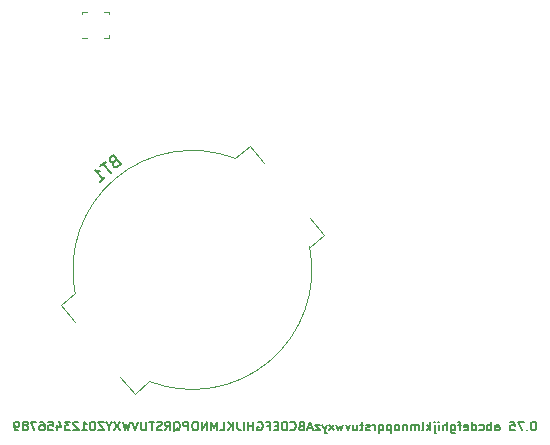
<source format=gbr>
G04 #@! TF.GenerationSoftware,KiCad,Pcbnew,(5.1.4-0-10_14)*
G04 #@! TF.CreationDate,2019-09-02T22:38:09-04:00*
G04 #@! TF.ProjectId,EFCv2,45464376-322e-46b6-9963-61645f706362,rev?*
G04 #@! TF.SameCoordinates,Original*
G04 #@! TF.FileFunction,Legend,Bot*
G04 #@! TF.FilePolarity,Positive*
%FSLAX46Y46*%
G04 Gerber Fmt 4.6, Leading zero omitted, Abs format (unit mm)*
G04 Created by KiCad (PCBNEW (5.1.4-0-10_14)) date 2019-09-02 22:38:09*
%MOMM*%
%LPD*%
G04 APERTURE LIST*
%ADD10C,0.175000*%
%ADD11C,0.120000*%
%ADD12C,0.150000*%
G04 APERTURE END LIST*
D10*
X175410714Y-109339285D02*
X175339285Y-109339285D01*
X175267857Y-109375000D01*
X175232142Y-109410714D01*
X175196428Y-109482142D01*
X175160714Y-109625000D01*
X175160714Y-109803571D01*
X175196428Y-109946428D01*
X175232142Y-110017857D01*
X175267857Y-110053571D01*
X175339285Y-110089285D01*
X175410714Y-110089285D01*
X175482142Y-110053571D01*
X175517857Y-110017857D01*
X175553571Y-109946428D01*
X175589285Y-109803571D01*
X175589285Y-109625000D01*
X175553571Y-109482142D01*
X175517857Y-109410714D01*
X175482142Y-109375000D01*
X175410714Y-109339285D01*
X174839285Y-110017857D02*
X174803571Y-110053571D01*
X174839285Y-110089285D01*
X174875000Y-110053571D01*
X174839285Y-110017857D01*
X174839285Y-110089285D01*
X174553571Y-109339285D02*
X174053571Y-109339285D01*
X174375000Y-110089285D01*
X173410714Y-109339285D02*
X173767857Y-109339285D01*
X173803571Y-109696428D01*
X173767857Y-109660714D01*
X173696428Y-109625000D01*
X173517857Y-109625000D01*
X173446428Y-109660714D01*
X173410714Y-109696428D01*
X173374999Y-109767857D01*
X173374999Y-109946428D01*
X173410714Y-110017857D01*
X173446428Y-110053571D01*
X173517857Y-110089285D01*
X173696428Y-110089285D01*
X173767857Y-110053571D01*
X173803571Y-110017857D01*
X172160714Y-110089285D02*
X172160714Y-109696428D01*
X172196428Y-109625000D01*
X172267857Y-109589285D01*
X172410714Y-109589285D01*
X172482142Y-109625000D01*
X172160714Y-110053571D02*
X172232142Y-110089285D01*
X172410714Y-110089285D01*
X172482142Y-110053571D01*
X172517857Y-109982142D01*
X172517857Y-109910714D01*
X172482142Y-109839285D01*
X172410714Y-109803571D01*
X172232142Y-109803571D01*
X172160714Y-109767857D01*
X171803571Y-110089285D02*
X171803571Y-109339285D01*
X171803571Y-109625000D02*
X171732142Y-109589285D01*
X171589285Y-109589285D01*
X171517857Y-109625000D01*
X171482142Y-109660714D01*
X171446428Y-109732142D01*
X171446428Y-109946428D01*
X171482142Y-110017857D01*
X171517857Y-110053571D01*
X171589285Y-110089285D01*
X171732142Y-110089285D01*
X171803571Y-110053571D01*
X170803571Y-110053571D02*
X170875000Y-110089285D01*
X171017857Y-110089285D01*
X171089285Y-110053571D01*
X171125000Y-110017857D01*
X171160714Y-109946428D01*
X171160714Y-109732142D01*
X171125000Y-109660714D01*
X171089285Y-109625000D01*
X171017857Y-109589285D01*
X170875000Y-109589285D01*
X170803571Y-109625000D01*
X170160714Y-110089285D02*
X170160714Y-109339285D01*
X170160714Y-110053571D02*
X170232142Y-110089285D01*
X170375000Y-110089285D01*
X170446428Y-110053571D01*
X170482142Y-110017857D01*
X170517857Y-109946428D01*
X170517857Y-109732142D01*
X170482142Y-109660714D01*
X170446428Y-109625000D01*
X170375000Y-109589285D01*
X170232142Y-109589285D01*
X170160714Y-109625000D01*
X169517857Y-110053571D02*
X169589285Y-110089285D01*
X169732142Y-110089285D01*
X169803571Y-110053571D01*
X169839285Y-109982142D01*
X169839285Y-109696428D01*
X169803571Y-109625000D01*
X169732142Y-109589285D01*
X169589285Y-109589285D01*
X169517857Y-109625000D01*
X169482142Y-109696428D01*
X169482142Y-109767857D01*
X169839285Y-109839285D01*
X169267857Y-109589285D02*
X168982142Y-109589285D01*
X169160714Y-110089285D02*
X169160714Y-109446428D01*
X169125000Y-109375000D01*
X169053571Y-109339285D01*
X168982142Y-109339285D01*
X168410714Y-109589285D02*
X168410714Y-110196428D01*
X168446428Y-110267857D01*
X168482142Y-110303571D01*
X168553571Y-110339285D01*
X168660714Y-110339285D01*
X168732142Y-110303571D01*
X168410714Y-110053571D02*
X168482142Y-110089285D01*
X168625000Y-110089285D01*
X168696428Y-110053571D01*
X168732142Y-110017857D01*
X168767857Y-109946428D01*
X168767857Y-109732142D01*
X168732142Y-109660714D01*
X168696428Y-109625000D01*
X168625000Y-109589285D01*
X168482142Y-109589285D01*
X168410714Y-109625000D01*
X168053571Y-110089285D02*
X168053571Y-109339285D01*
X167732142Y-110089285D02*
X167732142Y-109696428D01*
X167767857Y-109625000D01*
X167839285Y-109589285D01*
X167946428Y-109589285D01*
X168017857Y-109625000D01*
X168053571Y-109660714D01*
X167375000Y-110089285D02*
X167375000Y-109589285D01*
X167375000Y-109339285D02*
X167410714Y-109375000D01*
X167375000Y-109410714D01*
X167339285Y-109375000D01*
X167375000Y-109339285D01*
X167375000Y-109410714D01*
X167017857Y-109589285D02*
X167017857Y-110232142D01*
X167053571Y-110303571D01*
X167125000Y-110339285D01*
X167160714Y-110339285D01*
X167017857Y-109339285D02*
X167053571Y-109375000D01*
X167017857Y-109410714D01*
X166982142Y-109375000D01*
X167017857Y-109339285D01*
X167017857Y-109410714D01*
X166660714Y-110089285D02*
X166660714Y-109339285D01*
X166589285Y-109803571D02*
X166375000Y-110089285D01*
X166375000Y-109589285D02*
X166660714Y-109875000D01*
X165946428Y-110089285D02*
X166017857Y-110053571D01*
X166053571Y-109982142D01*
X166053571Y-109339285D01*
X165660714Y-110089285D02*
X165660714Y-109589285D01*
X165660714Y-109660714D02*
X165625000Y-109625000D01*
X165553571Y-109589285D01*
X165446428Y-109589285D01*
X165375000Y-109625000D01*
X165339285Y-109696428D01*
X165339285Y-110089285D01*
X165339285Y-109696428D02*
X165303571Y-109625000D01*
X165232142Y-109589285D01*
X165125000Y-109589285D01*
X165053571Y-109625000D01*
X165017857Y-109696428D01*
X165017857Y-110089285D01*
X164660714Y-109589285D02*
X164660714Y-110089285D01*
X164660714Y-109660714D02*
X164625000Y-109625000D01*
X164553571Y-109589285D01*
X164446428Y-109589285D01*
X164375000Y-109625000D01*
X164339285Y-109696428D01*
X164339285Y-110089285D01*
X163875000Y-110089285D02*
X163946428Y-110053571D01*
X163982142Y-110017857D01*
X164017857Y-109946428D01*
X164017857Y-109732142D01*
X163982142Y-109660714D01*
X163946428Y-109625000D01*
X163875000Y-109589285D01*
X163767857Y-109589285D01*
X163696428Y-109625000D01*
X163660714Y-109660714D01*
X163625000Y-109732142D01*
X163625000Y-109946428D01*
X163660714Y-110017857D01*
X163696428Y-110053571D01*
X163767857Y-110089285D01*
X163875000Y-110089285D01*
X163303571Y-109589285D02*
X163303571Y-110339285D01*
X163303571Y-109625000D02*
X163232142Y-109589285D01*
X163089285Y-109589285D01*
X163017857Y-109625000D01*
X162982142Y-109660714D01*
X162946428Y-109732142D01*
X162946428Y-109946428D01*
X162982142Y-110017857D01*
X163017857Y-110053571D01*
X163089285Y-110089285D01*
X163232142Y-110089285D01*
X163303571Y-110053571D01*
X162303571Y-109589285D02*
X162303571Y-110339285D01*
X162303571Y-110053571D02*
X162375000Y-110089285D01*
X162517857Y-110089285D01*
X162589285Y-110053571D01*
X162625000Y-110017857D01*
X162660714Y-109946428D01*
X162660714Y-109732142D01*
X162625000Y-109660714D01*
X162589285Y-109625000D01*
X162517857Y-109589285D01*
X162375000Y-109589285D01*
X162303571Y-109625000D01*
X161946428Y-110089285D02*
X161946428Y-109589285D01*
X161946428Y-109732142D02*
X161910714Y-109660714D01*
X161875000Y-109625000D01*
X161803571Y-109589285D01*
X161732142Y-109589285D01*
X161517857Y-110053571D02*
X161446428Y-110089285D01*
X161303571Y-110089285D01*
X161232142Y-110053571D01*
X161196428Y-109982142D01*
X161196428Y-109946428D01*
X161232142Y-109875000D01*
X161303571Y-109839285D01*
X161410714Y-109839285D01*
X161482142Y-109803571D01*
X161517857Y-109732142D01*
X161517857Y-109696428D01*
X161482142Y-109625000D01*
X161410714Y-109589285D01*
X161303571Y-109589285D01*
X161232142Y-109625000D01*
X160982142Y-109589285D02*
X160696428Y-109589285D01*
X160875000Y-109339285D02*
X160875000Y-109982142D01*
X160839285Y-110053571D01*
X160767857Y-110089285D01*
X160696428Y-110089285D01*
X160125000Y-109589285D02*
X160125000Y-110089285D01*
X160446428Y-109589285D02*
X160446428Y-109982142D01*
X160410714Y-110053571D01*
X160339285Y-110089285D01*
X160232142Y-110089285D01*
X160160714Y-110053571D01*
X160125000Y-110017857D01*
X159839285Y-109589285D02*
X159660714Y-110089285D01*
X159482142Y-109589285D01*
X159267857Y-109589285D02*
X159125000Y-110089285D01*
X158982142Y-109732142D01*
X158839285Y-110089285D01*
X158696428Y-109589285D01*
X158482142Y-110089285D02*
X158089285Y-109589285D01*
X158482142Y-109589285D02*
X158089285Y-110089285D01*
X157875000Y-109589285D02*
X157696428Y-110089285D01*
X157517857Y-109589285D02*
X157696428Y-110089285D01*
X157767857Y-110267857D01*
X157803571Y-110303571D01*
X157875000Y-110339285D01*
X157303571Y-109589285D02*
X156910714Y-109589285D01*
X157303571Y-110089285D01*
X156910714Y-110089285D01*
X156660714Y-109875000D02*
X156303571Y-109875000D01*
X156732142Y-110089285D02*
X156482142Y-109339285D01*
X156232142Y-110089285D01*
X155732142Y-109696428D02*
X155625000Y-109732142D01*
X155589285Y-109767857D01*
X155553571Y-109839285D01*
X155553571Y-109946428D01*
X155589285Y-110017857D01*
X155625000Y-110053571D01*
X155696428Y-110089285D01*
X155982142Y-110089285D01*
X155982142Y-109339285D01*
X155732142Y-109339285D01*
X155660714Y-109375000D01*
X155625000Y-109410714D01*
X155589285Y-109482142D01*
X155589285Y-109553571D01*
X155625000Y-109625000D01*
X155660714Y-109660714D01*
X155732142Y-109696428D01*
X155982142Y-109696428D01*
X154803571Y-110017857D02*
X154839285Y-110053571D01*
X154946428Y-110089285D01*
X155017857Y-110089285D01*
X155125000Y-110053571D01*
X155196428Y-109982142D01*
X155232142Y-109910714D01*
X155267857Y-109767857D01*
X155267857Y-109660714D01*
X155232142Y-109517857D01*
X155196428Y-109446428D01*
X155125000Y-109375000D01*
X155017857Y-109339285D01*
X154946428Y-109339285D01*
X154839285Y-109375000D01*
X154803571Y-109410714D01*
X154482142Y-110089285D02*
X154482142Y-109339285D01*
X154303571Y-109339285D01*
X154196428Y-109375000D01*
X154125000Y-109446428D01*
X154089285Y-109517857D01*
X154053571Y-109660714D01*
X154053571Y-109767857D01*
X154089285Y-109910714D01*
X154125000Y-109982142D01*
X154196428Y-110053571D01*
X154303571Y-110089285D01*
X154482142Y-110089285D01*
X153732142Y-109696428D02*
X153482142Y-109696428D01*
X153375000Y-110089285D02*
X153732142Y-110089285D01*
X153732142Y-109339285D01*
X153375000Y-109339285D01*
X152803571Y-109696428D02*
X153053571Y-109696428D01*
X153053571Y-110089285D02*
X153053571Y-109339285D01*
X152696428Y-109339285D01*
X152017857Y-109375000D02*
X152089285Y-109339285D01*
X152196428Y-109339285D01*
X152303571Y-109375000D01*
X152375000Y-109446428D01*
X152410714Y-109517857D01*
X152446428Y-109660714D01*
X152446428Y-109767857D01*
X152410714Y-109910714D01*
X152375000Y-109982142D01*
X152303571Y-110053571D01*
X152196428Y-110089285D01*
X152125000Y-110089285D01*
X152017857Y-110053571D01*
X151982142Y-110017857D01*
X151982142Y-109767857D01*
X152125000Y-109767857D01*
X151660714Y-110089285D02*
X151660714Y-109339285D01*
X151660714Y-109696428D02*
X151232142Y-109696428D01*
X151232142Y-110089285D02*
X151232142Y-109339285D01*
X150875000Y-110089285D02*
X150875000Y-109339285D01*
X150303571Y-109339285D02*
X150303571Y-109875000D01*
X150339285Y-109982142D01*
X150410714Y-110053571D01*
X150517857Y-110089285D01*
X150589285Y-110089285D01*
X149946428Y-110089285D02*
X149946428Y-109339285D01*
X149517857Y-110089285D02*
X149839285Y-109660714D01*
X149517857Y-109339285D02*
X149946428Y-109767857D01*
X148839285Y-110089285D02*
X149196428Y-110089285D01*
X149196428Y-109339285D01*
X148589285Y-110089285D02*
X148589285Y-109339285D01*
X148339285Y-109875000D01*
X148089285Y-109339285D01*
X148089285Y-110089285D01*
X147732142Y-110089285D02*
X147732142Y-109339285D01*
X147303571Y-110089285D01*
X147303571Y-109339285D01*
X146803571Y-109339285D02*
X146660714Y-109339285D01*
X146589285Y-109375000D01*
X146517857Y-109446428D01*
X146482142Y-109589285D01*
X146482142Y-109839285D01*
X146517857Y-109982142D01*
X146589285Y-110053571D01*
X146660714Y-110089285D01*
X146803571Y-110089285D01*
X146875000Y-110053571D01*
X146946428Y-109982142D01*
X146982142Y-109839285D01*
X146982142Y-109589285D01*
X146946428Y-109446428D01*
X146875000Y-109375000D01*
X146803571Y-109339285D01*
X146160714Y-110089285D02*
X146160714Y-109339285D01*
X145875000Y-109339285D01*
X145803571Y-109375000D01*
X145767857Y-109410714D01*
X145732142Y-109482142D01*
X145732142Y-109589285D01*
X145767857Y-109660714D01*
X145803571Y-109696428D01*
X145875000Y-109732142D01*
X146160714Y-109732142D01*
X144910714Y-110160714D02*
X144982142Y-110125000D01*
X145053571Y-110053571D01*
X145160714Y-109946428D01*
X145232142Y-109910714D01*
X145303571Y-109910714D01*
X145267857Y-110089285D02*
X145339285Y-110053571D01*
X145410714Y-109982142D01*
X145446428Y-109839285D01*
X145446428Y-109589285D01*
X145410714Y-109446428D01*
X145339285Y-109375000D01*
X145267857Y-109339285D01*
X145125000Y-109339285D01*
X145053571Y-109375000D01*
X144982142Y-109446428D01*
X144946428Y-109589285D01*
X144946428Y-109839285D01*
X144982142Y-109982142D01*
X145053571Y-110053571D01*
X145125000Y-110089285D01*
X145267857Y-110089285D01*
X144196428Y-110089285D02*
X144446428Y-109732142D01*
X144625000Y-110089285D02*
X144625000Y-109339285D01*
X144339285Y-109339285D01*
X144267857Y-109375000D01*
X144232142Y-109410714D01*
X144196428Y-109482142D01*
X144196428Y-109589285D01*
X144232142Y-109660714D01*
X144267857Y-109696428D01*
X144339285Y-109732142D01*
X144625000Y-109732142D01*
X143910714Y-110053571D02*
X143803571Y-110089285D01*
X143625000Y-110089285D01*
X143553571Y-110053571D01*
X143517857Y-110017857D01*
X143482142Y-109946428D01*
X143482142Y-109875000D01*
X143517857Y-109803571D01*
X143553571Y-109767857D01*
X143625000Y-109732142D01*
X143767857Y-109696428D01*
X143839285Y-109660714D01*
X143875000Y-109625000D01*
X143910714Y-109553571D01*
X143910714Y-109482142D01*
X143875000Y-109410714D01*
X143839285Y-109375000D01*
X143767857Y-109339285D01*
X143589285Y-109339285D01*
X143482142Y-109375000D01*
X143267857Y-109339285D02*
X142839285Y-109339285D01*
X143053571Y-110089285D02*
X143053571Y-109339285D01*
X142589285Y-109339285D02*
X142589285Y-109946428D01*
X142553571Y-110017857D01*
X142517857Y-110053571D01*
X142446428Y-110089285D01*
X142303571Y-110089285D01*
X142232142Y-110053571D01*
X142196428Y-110017857D01*
X142160714Y-109946428D01*
X142160714Y-109339285D01*
X141910714Y-109339285D02*
X141660714Y-110089285D01*
X141410714Y-109339285D01*
X141232142Y-109339285D02*
X141053571Y-110089285D01*
X140910714Y-109553571D01*
X140767857Y-110089285D01*
X140589285Y-109339285D01*
X140375000Y-109339285D02*
X139875000Y-110089285D01*
X139875000Y-109339285D02*
X140375000Y-110089285D01*
X139446428Y-109732142D02*
X139446428Y-110089285D01*
X139696428Y-109339285D02*
X139446428Y-109732142D01*
X139196428Y-109339285D01*
X139017857Y-109339285D02*
X138517857Y-109339285D01*
X139017857Y-110089285D01*
X138517857Y-110089285D01*
X138089285Y-109339285D02*
X138017857Y-109339285D01*
X137946428Y-109375000D01*
X137910714Y-109410714D01*
X137875000Y-109482142D01*
X137839285Y-109625000D01*
X137839285Y-109803571D01*
X137875000Y-109946428D01*
X137910714Y-110017857D01*
X137946428Y-110053571D01*
X138017857Y-110089285D01*
X138089285Y-110089285D01*
X138160714Y-110053571D01*
X138196428Y-110017857D01*
X138232142Y-109946428D01*
X138267857Y-109803571D01*
X138267857Y-109625000D01*
X138232142Y-109482142D01*
X138196428Y-109410714D01*
X138160714Y-109375000D01*
X138089285Y-109339285D01*
X137125000Y-110089285D02*
X137553571Y-110089285D01*
X137339285Y-110089285D02*
X137339285Y-109339285D01*
X137410714Y-109446428D01*
X137482142Y-109517857D01*
X137553571Y-109553571D01*
X136839285Y-109410714D02*
X136803571Y-109375000D01*
X136732142Y-109339285D01*
X136553571Y-109339285D01*
X136482142Y-109375000D01*
X136446428Y-109410714D01*
X136410714Y-109482142D01*
X136410714Y-109553571D01*
X136446428Y-109660714D01*
X136875000Y-110089285D01*
X136410714Y-110089285D01*
X136160714Y-109339285D02*
X135696428Y-109339285D01*
X135946428Y-109625000D01*
X135839285Y-109625000D01*
X135767857Y-109660714D01*
X135732142Y-109696428D01*
X135696428Y-109767857D01*
X135696428Y-109946428D01*
X135732142Y-110017857D01*
X135767857Y-110053571D01*
X135839285Y-110089285D01*
X136053571Y-110089285D01*
X136125000Y-110053571D01*
X136160714Y-110017857D01*
X135053571Y-109589285D02*
X135053571Y-110089285D01*
X135232142Y-109303571D02*
X135410714Y-109839285D01*
X134946428Y-109839285D01*
X134303571Y-109339285D02*
X134660714Y-109339285D01*
X134696428Y-109696428D01*
X134660714Y-109660714D01*
X134589285Y-109625000D01*
X134410714Y-109625000D01*
X134339285Y-109660714D01*
X134303571Y-109696428D01*
X134267857Y-109767857D01*
X134267857Y-109946428D01*
X134303571Y-110017857D01*
X134339285Y-110053571D01*
X134410714Y-110089285D01*
X134589285Y-110089285D01*
X134660714Y-110053571D01*
X134696428Y-110017857D01*
X133624999Y-109339285D02*
X133767857Y-109339285D01*
X133839285Y-109375000D01*
X133874999Y-109410714D01*
X133946428Y-109517857D01*
X133982142Y-109660714D01*
X133982142Y-109946428D01*
X133946428Y-110017857D01*
X133910714Y-110053571D01*
X133839285Y-110089285D01*
X133696428Y-110089285D01*
X133624999Y-110053571D01*
X133589285Y-110017857D01*
X133553571Y-109946428D01*
X133553571Y-109767857D01*
X133589285Y-109696428D01*
X133624999Y-109660714D01*
X133696428Y-109625000D01*
X133839285Y-109625000D01*
X133910714Y-109660714D01*
X133946428Y-109696428D01*
X133982142Y-109767857D01*
X133303571Y-109339285D02*
X132803571Y-109339285D01*
X133124999Y-110089285D01*
X132410714Y-109660714D02*
X132482142Y-109625000D01*
X132517857Y-109589285D01*
X132553571Y-109517857D01*
X132553571Y-109482142D01*
X132517857Y-109410714D01*
X132482142Y-109375000D01*
X132410714Y-109339285D01*
X132267857Y-109339285D01*
X132196428Y-109375000D01*
X132160714Y-109410714D01*
X132124999Y-109482142D01*
X132124999Y-109517857D01*
X132160714Y-109589285D01*
X132196428Y-109625000D01*
X132267857Y-109660714D01*
X132410714Y-109660714D01*
X132482142Y-109696428D01*
X132517857Y-109732142D01*
X132553571Y-109803571D01*
X132553571Y-109946428D01*
X132517857Y-110017857D01*
X132482142Y-110053571D01*
X132410714Y-110089285D01*
X132267857Y-110089285D01*
X132196428Y-110053571D01*
X132160714Y-110017857D01*
X132124999Y-109946428D01*
X132124999Y-109803571D01*
X132160714Y-109732142D01*
X132196428Y-109696428D01*
X132267857Y-109660714D01*
X131767857Y-110089285D02*
X131624999Y-110089285D01*
X131553571Y-110053571D01*
X131517857Y-110017857D01*
X131446428Y-109910714D01*
X131410714Y-109767857D01*
X131410714Y-109482142D01*
X131446428Y-109410714D01*
X131482142Y-109375000D01*
X131553571Y-109339285D01*
X131696428Y-109339285D01*
X131767857Y-109375000D01*
X131803571Y-109410714D01*
X131839285Y-109482142D01*
X131839285Y-109660714D01*
X131803571Y-109732142D01*
X131767857Y-109767857D01*
X131696428Y-109803571D01*
X131553571Y-109803571D01*
X131482142Y-109767857D01*
X131446428Y-109732142D01*
X131410714Y-109660714D01*
D11*
X137592500Y-76848000D02*
X137192500Y-76848000D01*
X139412500Y-74628000D02*
X139412500Y-74853000D01*
X139012500Y-74628000D02*
X139412500Y-74628000D01*
X137192500Y-74628000D02*
X137192500Y-74853000D01*
X137592500Y-74628000D02*
X137192500Y-74628000D01*
X139412500Y-76848000D02*
X139412500Y-76623000D01*
X139012500Y-76848000D02*
X139412500Y-76848000D01*
X142846555Y-105937518D02*
G75*
G03X156429400Y-94545158I3653445J9437518D01*
G01*
X150149365Y-87060904D02*
G75*
G03X136570600Y-98454842I-3649365J-9439096D01*
G01*
X141619532Y-106972113D02*
X142850635Y-105939096D01*
X157660503Y-93512141D02*
X156429400Y-94545158D01*
X135339497Y-99487859D02*
X136570600Y-98454842D01*
X140407878Y-105528120D02*
X141619532Y-106972113D01*
X156448848Y-92068147D02*
X157660503Y-93512141D01*
X136551152Y-100931853D02*
X135339497Y-99487859D01*
X152592122Y-87471880D02*
X151380468Y-86027887D01*
X151380468Y-86027887D02*
X150149365Y-87060904D01*
D12*
X139856757Y-87360537D02*
X139777931Y-87488842D01*
X139772062Y-87555929D01*
X139796801Y-87659495D01*
X139888628Y-87768929D01*
X139986324Y-87811277D01*
X140053412Y-87817147D01*
X140156977Y-87792407D01*
X140448804Y-87547535D01*
X139806016Y-86781491D01*
X139550668Y-86995754D01*
X139508320Y-87093450D01*
X139502451Y-87160537D01*
X139527190Y-87264103D01*
X139588408Y-87337059D01*
X139686104Y-87379407D01*
X139753192Y-87385276D01*
X139856757Y-87360537D01*
X140112105Y-87146274D01*
X139149406Y-87332452D02*
X138711667Y-87699759D01*
X139573324Y-88282150D02*
X138930537Y-87516105D01*
X138697845Y-89016764D02*
X139135585Y-88649457D01*
X138916715Y-88833111D02*
X138273927Y-88067066D01*
X138438711Y-88115283D01*
X138572885Y-88127022D01*
X138676451Y-88102282D01*
M02*

</source>
